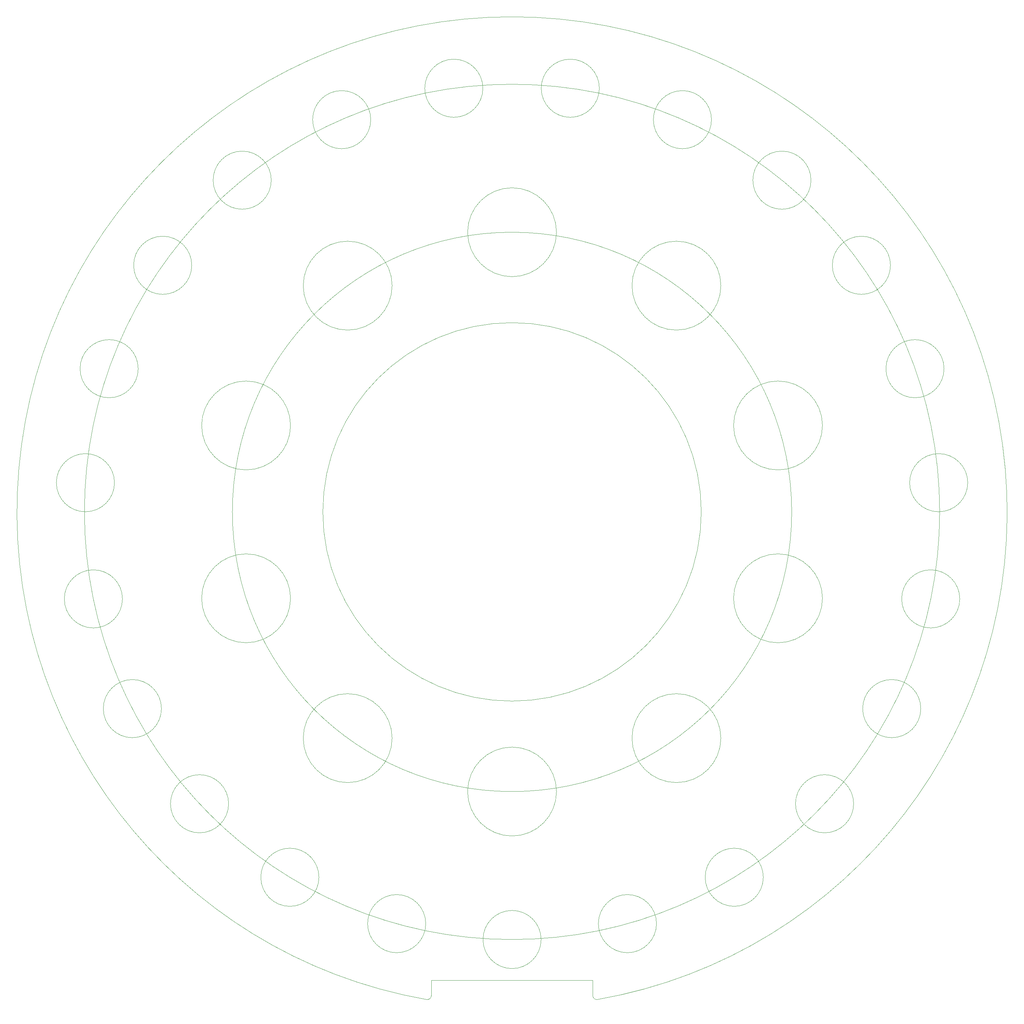
<source format=gm1>
G04*
G04 #@! TF.GenerationSoftware,Altium Limited,Altium Designer,18.0.9 (584)*
G04*
G04 Layer_Color=16711935*
%FSLAX25Y25*%
%MOIN*%
G70*
G01*
G75*
%ADD11C,0.00050*%
D11*
X899893Y475662D02*
G03*
X899893Y475662I-417040J0D01*
G01*
X755590D02*
G03*
X755590Y475662I-272737J0D01*
G01*
X686507Y255013D02*
G03*
X686507Y255013I-43343J0D01*
G01*
X667377Y475662D02*
G03*
X667377Y475662I-184524J0D01*
G01*
X170489Y716161D02*
G03*
X170489Y716161I-28345J0D01*
G01*
X526196Y748400D02*
G03*
X526196Y748400I-43343J0D01*
G01*
X118237Y615320D02*
G03*
X118237Y615320I-28345J0D01*
G01*
X266807Y391382D02*
G03*
X266807Y391382I-43343J0D01*
G01*
Y559943D02*
G03*
X266807Y559943I-43343J0D01*
G01*
X851908Y716161D02*
G03*
X851908Y716161I-28345J0D01*
G01*
X526196Y202925D02*
G03*
X526196Y202925I-43343J0D01*
G01*
X365885Y696311D02*
G03*
X365885Y696311I-43343J0D01*
G01*
Y255013D02*
G03*
X365885Y255013I-43343J0D01*
G01*
X927267Y504122D02*
G03*
X927267Y504122I-28345J0D01*
G01*
X623714Y74087D02*
G03*
X623714Y74087I-28345J0D01*
G01*
X815986Y191010D02*
G03*
X815986Y191010I-28345J0D01*
G01*
X454411Y888818D02*
G03*
X454411Y888818I-28345J0D01*
G01*
X248009Y799165D02*
G03*
X248009Y799165I-28345J0D01*
G01*
X785584Y391382D02*
G03*
X785584Y391382I-43343J0D01*
G01*
X686507Y696311D02*
G03*
X686507Y696311I-43343J0D01*
G01*
X774388Y799165D02*
G03*
X774388Y799165I-28345J0D01*
G01*
X904159Y615320D02*
G03*
X904159Y615320I-28345J0D01*
G01*
X345049Y858176D02*
G03*
X345049Y858176I-28345J0D01*
G01*
X102881Y390813D02*
G03*
X102881Y390813I-28345J0D01*
G01*
X567985Y888818D02*
G03*
X567985Y888818I-28345J0D01*
G01*
X881482Y283797D02*
G03*
X881482Y283797I-28345J0D01*
G01*
X919516Y390813D02*
G03*
X919516Y390813I-28345J0D01*
G01*
X727886Y119335D02*
G03*
X727886Y119335I-28345J0D01*
G01*
X785584Y559943D02*
G03*
X785584Y559943I-43343J0D01*
G01*
X398682Y74087D02*
G03*
X398682Y74087I-28345J0D01*
G01*
X294511Y119335D02*
G03*
X294511Y119335I-28345J0D01*
G01*
X140914Y283797D02*
G03*
X140914Y283797I-28345J0D01*
G01*
X206410Y191010D02*
G03*
X206410Y191010I-28345J0D01*
G01*
X95130Y504122D02*
G03*
X95130Y504122I-28345J0D01*
G01*
X677348Y858176D02*
G03*
X677348Y858176I-28345J0D01*
G01*
X566210Y84D02*
G03*
X399496Y84I-83357J475578D01*
G01*
D02*
G03*
X404113Y3962I680J3878D01*
G01*
X561593Y3962D02*
G03*
X566210Y84I3937J-0D01*
G01*
X511198Y58622D02*
G03*
X511198Y58622I-28345J0D01*
G01*
X404113Y3962D02*
Y18983D01*
X561593D01*
Y3962D02*
Y18983D01*
M02*

</source>
